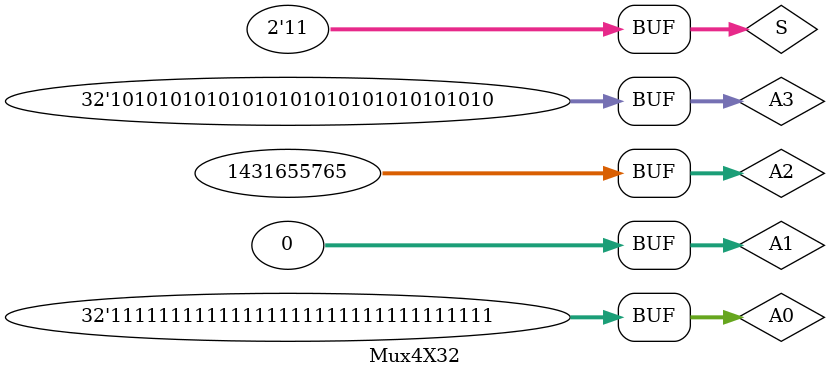
<source format=v>
`timescale 1ns / 1ps


module Mux4X32;

	// Inputs
	reg [31:0] A0;
	reg [31:0] A1;
	reg [31:0] A2;
	reg [31:0] A3;
	reg [1:0] S;

	// Outputs
	wire [31:0] Y;

	// Instantiate the Unit Under Test (UUT)
	MUX4X32 uut (
		.A0(A0), 
		.A1(A1), 
		.A2(A2), 
		.A3(A3), 
		.S(S), 
		.Y(Y)
	);

	initial begin
		// Initialize Inputs
		A0 = 0;
		A1 = 0;
		A2 = 0;
		A3 = 0;
		S = 0;

		// Wait 100 ns for global reset to finish
		#100;
        
		// Add stimulus here
				A0 = 32'h12345678;
        A1 = 32'h87654321;
        A2 = 32'hABCDEF01;
        A3 = 32'h10101010;
        S = 2'b00;

        // Wait 100 ns for global reset to finish
        #100;
        
        // Test case 1: S = 00
        S = 2'b00;
        #100;
        // Test case 2: S = 01  
        S = 2'b01;
        #100;
        // Test case 3: S = 10
        S = 2'b10;
        #100;
        // Test case 4: S = 11
        S = 2'b11;
        #100;
        // Test case 5: Boundary condition, S = 2'b11
        A0 = 32'hFFFFFFFF;
        A1 = 32'h00000000;
        A2 = 32'h55555555;
        A3 = 32'hAAAAAAAA;
        S = 2'b11;
        #100;

	end
      
endmodule


</source>
